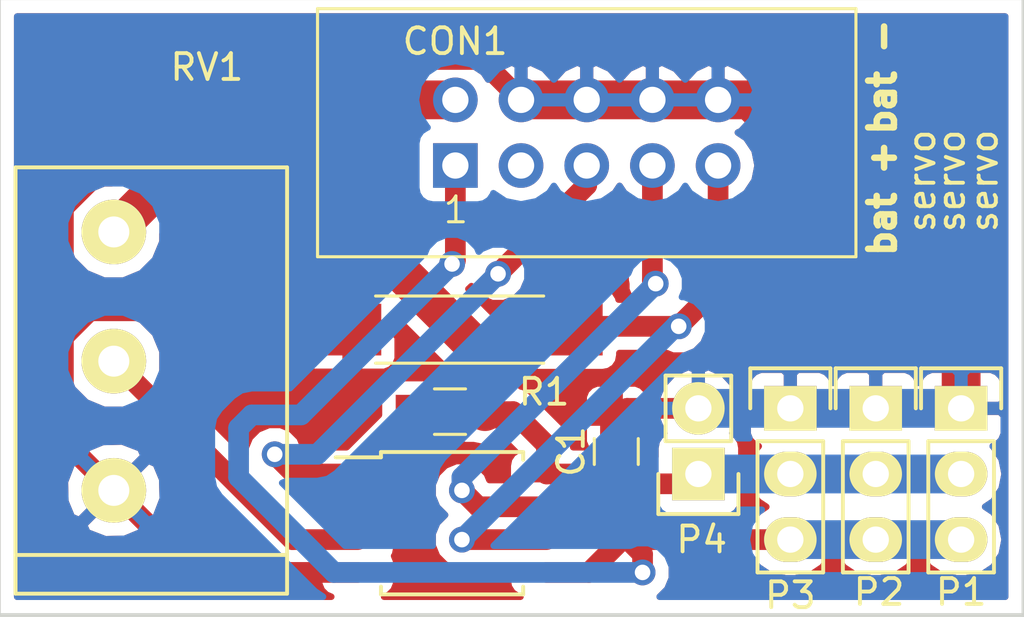
<source format=kicad_pcb>
(kicad_pcb (version 4) (host pcbnew 4.0.7)

  (general
    (links 29)
    (no_connects 0)
    (area 130.480999 92.253999 170.255001 116.280001)
    (thickness 1.6)
    (drawings 6)
    (tracks 90)
    (zones 0)
    (modules 10)
    (nets 8)
  )

  (page A4)
  (layers
    (0 F.Cu signal)
    (31 B.Cu signal)
    (32 B.Adhes user hide)
    (33 F.Adhes user hide)
    (34 B.Paste user hide)
    (35 F.Paste user hide)
    (36 B.SilkS user)
    (37 F.SilkS user)
    (38 B.Mask user hide)
    (39 F.Mask user hide)
    (40 Dwgs.User user)
    (41 Cmts.User user hide)
    (42 Eco1.User user hide)
    (43 Eco2.User user hide)
    (44 Edge.Cuts user hide)
    (45 Margin user hide)
    (46 B.CrtYd user hide)
    (47 F.CrtYd user)
    (48 B.Fab user hide)
    (49 F.Fab user hide)
  )

  (setup
    (last_trace_width 0.25)
    (user_trace_width 0.5)
    (user_trace_width 0.8)
    (user_trace_width 1)
    (user_trace_width 1.5)
    (trace_clearance 0.3)
    (zone_clearance 0.508)
    (zone_45_only no)
    (trace_min 0.2)
    (segment_width 0.2)
    (edge_width 0.15)
    (via_size 0.6)
    (via_drill 0.4)
    (via_min_size 0.4)
    (via_min_drill 0.3)
    (user_via 0.8 0.5)
    (user_via 1 0.6)
    (uvia_size 0.3)
    (uvia_drill 0.1)
    (uvias_allowed no)
    (uvia_min_size 0.2)
    (uvia_min_drill 0.1)
    (pcb_text_width 0.3)
    (pcb_text_size 1.5 1.5)
    (mod_edge_width 0.15)
    (mod_text_size 1 1)
    (mod_text_width 0.15)
    (pad_size 1.524 1.524)
    (pad_drill 0.762)
    (pad_to_mask_clearance 0.1)
    (aux_axis_origin 0 0)
    (visible_elements 7FFFFFFF)
    (pcbplotparams
      (layerselection 0x010f0_80000001)
      (usegerberextensions true)
      (excludeedgelayer true)
      (linewidth 0.100000)
      (plotframeref false)
      (viasonmask false)
      (mode 1)
      (useauxorigin false)
      (hpglpennumber 1)
      (hpglpenspeed 20)
      (hpglpendiameter 15)
      (hpglpenoverlay 2)
      (psnegative false)
      (psa4output false)
      (plotreference true)
      (plotvalue true)
      (plotinvisibletext false)
      (padsonsilk false)
      (subtractmaskfromsilk false)
      (outputformat 1)
      (mirror false)
      (drillshape 0)
      (scaleselection 1)
      (outputdirectory "D:/Projekty/kicad/tester serw/do produkcji"))
  )

  (net 0 "")
  (net 1 +BATT)
  (net 2 GND)
  (net 3 "Net-(CON1-Pad1)")
  (net 4 "Net-(CON1-Pad5)")
  (net 5 "Net-(CON1-Pad7)")
  (net 6 "Net-(IC1-Pad3)")
  (net 7 "Net-(CON1-Pad9)")

  (net_class Default "To jest domyślna klasa połączeń."
    (clearance 0.3)
    (trace_width 0.25)
    (via_dia 0.6)
    (via_drill 0.4)
    (uvia_dia 0.3)
    (uvia_drill 0.1)
    (add_net +BATT)
    (add_net GND)
    (add_net "Net-(CON1-Pad1)")
    (add_net "Net-(CON1-Pad5)")
    (add_net "Net-(CON1-Pad7)")
    (add_net "Net-(CON1-Pad9)")
    (add_net "Net-(IC1-Pad3)")
  )

  (module Potentiometer_withoutlabel (layer F.Cu) (tedit 5A105B48) (tstamp 59B16A64)
    (at 135.001 111.379 180)
    (descr "Potentiometer, Alps, RK16, single, RevA, 30 July 2010,")
    (tags "Potentiometer, Alps, RK16, single, RevA, 30 July 2010,")
    (path /598F3946)
    (fp_text reference RV1 (at -3.599 16.379 180) (layer F.SilkS)
      (effects (font (size 1 1) (thickness 0.15)))
    )
    (fp_text value 10K (at 0.127 16.002 180) (layer F.Fab)
      (effects (font (size 1 1) (thickness 0.15)))
    )
    (fp_line (start 3.79984 -2.49936) (end 3.79984 -3.99796) (layer F.SilkS) (width 0.15))
    (fp_line (start 3.79984 -3.99796) (end -6.70052 -3.99796) (layer F.SilkS) (width 0.15))
    (fp_line (start -6.70052 -3.99796) (end -6.70052 -2.49936) (layer F.SilkS) (width 0.15))
    (fp_line (start 3.79984 -2.49936) (end -6.70052 -2.49936) (layer F.SilkS) (width 0.15))
    (fp_line (start -6.70052 -2.49936) (end -6.70052 12.50188) (layer F.SilkS) (width 0.15))
    (fp_line (start -6.70052 12.50188) (end 3.79984 12.50188) (layer F.SilkS) (width 0.15))
    (fp_line (start 3.79984 12.50188) (end 3.79984 -2.49936) (layer F.SilkS) (width 0.15))
    (pad 2 thru_hole circle (at 0 5.00126 180) (size 2.49936 2.49936) (drill 1.19888) (layers *.Cu *.Mask F.SilkS)
      (net 6 "Net-(IC1-Pad3)"))
    (pad 3 thru_hole circle (at 0 10.00252 180) (size 2.49936 2.49936) (drill 1.19888) (layers *.Cu *.Mask F.SilkS)
      (net 1 +BATT))
    (pad 1 thru_hole circle (at 0 0 180) (size 2.49936 2.49936) (drill 1.19888) (layers *.Cu *.Mask F.SilkS)
      (net 2 GND))
  )

  (module Capacitors_SMD:C_0805_HandSoldering (layer F.Cu) (tedit 58AA84A8) (tstamp 599957AD)
    (at 154.432 109.875 90)
    (descr "Capacitor SMD 0805, hand soldering")
    (tags "capacitor 0805")
    (path /598F35AC)
    (attr smd)
    (fp_text reference C1 (at 0 -1.75 90) (layer F.SilkS)
      (effects (font (size 1 1) (thickness 0.15)))
    )
    (fp_text value 100n (at -3.282 0.635 180) (layer F.Fab)
      (effects (font (size 1 1) (thickness 0.15)))
    )
    (fp_text user %R (at 0 -1.75 90) (layer F.Fab)
      (effects (font (size 1 1) (thickness 0.15)))
    )
    (fp_line (start -1 0.62) (end -1 -0.62) (layer F.Fab) (width 0.1))
    (fp_line (start 1 0.62) (end -1 0.62) (layer F.Fab) (width 0.1))
    (fp_line (start 1 -0.62) (end 1 0.62) (layer F.Fab) (width 0.1))
    (fp_line (start -1 -0.62) (end 1 -0.62) (layer F.Fab) (width 0.1))
    (fp_line (start 0.5 -0.85) (end -0.5 -0.85) (layer F.SilkS) (width 0.12))
    (fp_line (start -0.5 0.85) (end 0.5 0.85) (layer F.SilkS) (width 0.12))
    (fp_line (start -2.25 -0.88) (end 2.25 -0.88) (layer F.CrtYd) (width 0.05))
    (fp_line (start -2.25 -0.88) (end -2.25 0.87) (layer F.CrtYd) (width 0.05))
    (fp_line (start 2.25 0.87) (end 2.25 -0.88) (layer F.CrtYd) (width 0.05))
    (fp_line (start 2.25 0.87) (end -2.25 0.87) (layer F.CrtYd) (width 0.05))
    (pad 1 smd rect (at -1.25 0 90) (size 1.5 1.25) (layers F.Cu F.Paste F.Mask)
      (net 1 +BATT))
    (pad 2 smd rect (at 1.25 0 90) (size 1.5 1.25) (layers F.Cu F.Paste F.Mask)
      (net 2 GND))
    (model Capacitors_SMD.3dshapes/C_0805.wrl
      (at (xyz 0 0 0))
      (scale (xyz 1 1 1))
      (rotate (xyz 0 0 0))
    )
  )

  (module Connectors:IDC_Header_Straight_10pins (layer F.Cu) (tedit 59B174A4) (tstamp 599957D3)
    (at 148.209 98.806)
    (descr "10 pins through hole IDC header")
    (tags "IDC header socket VASCH")
    (path /598F4267)
    (fp_text reference CON1 (at -0.009 -4.806) (layer F.SilkS)
      (effects (font (size 1 1) (thickness 0.15)))
    )
    (fp_text value AVR-ISP-10 (at 8.89 -4.445) (layer F.Fab) hide
      (effects (font (size 1 1) (thickness 0.15)))
    )
    (fp_line (start -5.08 -5.82) (end 15.24 -5.82) (layer F.Fab) (width 0.1))
    (fp_line (start -4.54 -5.27) (end 14.68 -5.27) (layer F.Fab) (width 0.1))
    (fp_line (start -5.08 3.28) (end 15.24 3.28) (layer F.Fab) (width 0.1))
    (fp_line (start -4.54 2.73) (end 2.83 2.73) (layer F.Fab) (width 0.1))
    (fp_line (start 7.33 2.73) (end 14.68 2.73) (layer F.Fab) (width 0.1))
    (fp_line (start 2.83 2.73) (end 2.83 3.28) (layer F.Fab) (width 0.1))
    (fp_line (start 7.33 2.73) (end 7.33 3.28) (layer F.Fab) (width 0.1))
    (fp_line (start -5.08 -5.82) (end -5.08 3.28) (layer F.Fab) (width 0.1))
    (fp_line (start -4.54 -5.27) (end -4.54 2.73) (layer F.Fab) (width 0.1))
    (fp_line (start 15.24 -5.82) (end 15.24 3.28) (layer F.Fab) (width 0.1))
    (fp_line (start 14.68 -5.27) (end 14.68 2.73) (layer F.Fab) (width 0.1))
    (fp_line (start -5.08 -5.82) (end -4.54 -5.27) (layer F.Fab) (width 0.1))
    (fp_line (start 15.24 -5.82) (end 14.68 -5.27) (layer F.Fab) (width 0.1))
    (fp_line (start -5.08 3.28) (end -4.54 2.73) (layer F.Fab) (width 0.1))
    (fp_line (start 15.24 3.28) (end 14.68 2.73) (layer F.Fab) (width 0.1))
    (fp_line (start -5.58 -6.32) (end 15.74 -6.32) (layer F.CrtYd) (width 0.05))
    (fp_line (start 15.74 -6.32) (end 15.74 3.78) (layer F.CrtYd) (width 0.05))
    (fp_line (start 15.74 3.78) (end -5.58 3.78) (layer F.CrtYd) (width 0.05))
    (fp_line (start -5.58 3.78) (end -5.58 -6.32) (layer F.CrtYd) (width 0.05))
    (fp_text user 1 (at 0.02 1.72) (layer F.SilkS)
      (effects (font (size 1 1) (thickness 0.12)))
    )
    (fp_line (start -5.33 -6.07) (end 15.49 -6.07) (layer F.SilkS) (width 0.12))
    (fp_line (start 15.49 -6.07) (end 15.49 3.53) (layer F.SilkS) (width 0.12))
    (fp_line (start 15.49 3.53) (end -5.33 3.53) (layer F.SilkS) (width 0.12))
    (fp_line (start -5.33 3.53) (end -5.33 -6.07) (layer F.SilkS) (width 0.12))
    (pad 1 thru_hole rect (at 0 0) (size 1.7272 1.7272) (drill 1.016) (layers *.Cu *.Mask)
      (net 3 "Net-(CON1-Pad1)"))
    (pad 2 thru_hole oval (at 0 -2.54) (size 1.7272 1.7272) (drill 1.016) (layers *.Cu *.Mask)
      (net 1 +BATT))
    (pad 3 thru_hole oval (at 2.54 0) (size 1.7272 1.7272) (drill 1.016) (layers *.Cu *.Mask))
    (pad 4 thru_hole oval (at 2.54 -2.54) (size 1.7272 1.7272) (drill 1.016) (layers *.Cu *.Mask)
      (net 2 GND))
    (pad 5 thru_hole oval (at 5.08 0) (size 1.7272 1.7272) (drill 1.016) (layers *.Cu *.Mask)
      (net 4 "Net-(CON1-Pad5)"))
    (pad 6 thru_hole oval (at 5.08 -2.54) (size 1.7272 1.7272) (drill 1.016) (layers *.Cu *.Mask)
      (net 2 GND))
    (pad 7 thru_hole oval (at 7.62 0) (size 1.7272 1.7272) (drill 1.016) (layers *.Cu *.Mask)
      (net 5 "Net-(CON1-Pad7)"))
    (pad 8 thru_hole oval (at 7.62 -2.54) (size 1.7272 1.7272) (drill 1.016) (layers *.Cu *.Mask)
      (net 2 GND))
    (pad 9 thru_hole oval (at 10.16 0) (size 1.7272 1.7272) (drill 1.016) (layers *.Cu *.Mask)
      (net 7 "Net-(CON1-Pad9)"))
    (pad 10 thru_hole oval (at 10.16 -2.54) (size 1.7272 1.7272) (drill 1.016) (layers *.Cu *.Mask)
      (net 2 GND))
  )

  (module Pin_Headers:Pin_Header_Straight_1x03 (layer F.Cu) (tedit 59B299BD) (tstamp 599957E5)
    (at 164.465 108.204)
    (descr "Through hole pin header")
    (tags "pin header")
    (path /598F4929)
    (fp_text reference P1 (at 3.302 7.112) (layer F.SilkS)
      (effects (font (size 1 1) (thickness 0.15)))
    )
    (fp_text value servo (at 1.778 -8.804 90) (layer F.SilkS)
      (effects (font (size 1 1) (thickness 0.15)))
    )
    (fp_line (start -1.75 -1.75) (end -1.75 6.85) (layer F.CrtYd) (width 0.05))
    (fp_line (start 1.75 -1.75) (end 1.75 6.85) (layer F.CrtYd) (width 0.05))
    (fp_line (start -1.75 -1.75) (end 1.75 -1.75) (layer F.CrtYd) (width 0.05))
    (fp_line (start -1.75 6.85) (end 1.75 6.85) (layer F.CrtYd) (width 0.05))
    (fp_line (start -1.27 1.27) (end -1.27 6.35) (layer F.SilkS) (width 0.15))
    (fp_line (start -1.27 6.35) (end 1.27 6.35) (layer F.SilkS) (width 0.15))
    (fp_line (start 1.27 6.35) (end 1.27 1.27) (layer F.SilkS) (width 0.15))
    (fp_line (start 1.55 -1.55) (end 1.55 0) (layer F.SilkS) (width 0.15))
    (fp_line (start 1.27 1.27) (end -1.27 1.27) (layer F.SilkS) (width 0.15))
    (fp_line (start -1.55 0) (end -1.55 -1.55) (layer F.SilkS) (width 0.15))
    (fp_line (start -1.55 -1.55) (end 1.55 -1.55) (layer F.SilkS) (width 0.15))
    (pad 1 thru_hole rect (at 0 0) (size 2.032 1.7272) (drill 1.016) (layers *.Cu *.Mask F.SilkS)
      (net 2 GND))
    (pad 2 thru_hole oval (at 0 2.54) (size 2.032 1.7272) (drill 1.016) (layers *.Cu *.Mask F.SilkS)
      (net 1 +BATT))
    (pad 3 thru_hole oval (at 0 5.08) (size 2.032 1.7272) (drill 1.016) (layers *.Cu *.Mask F.SilkS)
      (net 3 "Net-(CON1-Pad1)"))
    (model Pin_Headers.3dshapes/Pin_Header_Straight_1x03.wrl
      (at (xyz 0 -0.1 0))
      (scale (xyz 1 1 1))
      (rotate (xyz 0 0 90))
    )
  )

  (module Pin_Headers:Pin_Header_Straight_1x03 (layer F.Cu) (tedit 59B299C5) (tstamp 599957F7)
    (at 161.163 108.204)
    (descr "Through hole pin header")
    (tags "pin header")
    (path /598F48F0)
    (fp_text reference P2 (at 3.429 7.112) (layer F.SilkS)
      (effects (font (size 1 1) (thickness 0.15)))
    )
    (fp_text value servo (at 7.493 -8.804 90) (layer F.SilkS)
      (effects (font (size 1 1) (thickness 0.15)))
    )
    (fp_line (start -1.75 -1.75) (end -1.75 6.85) (layer F.CrtYd) (width 0.05))
    (fp_line (start 1.75 -1.75) (end 1.75 6.85) (layer F.CrtYd) (width 0.05))
    (fp_line (start -1.75 -1.75) (end 1.75 -1.75) (layer F.CrtYd) (width 0.05))
    (fp_line (start -1.75 6.85) (end 1.75 6.85) (layer F.CrtYd) (width 0.05))
    (fp_line (start -1.27 1.27) (end -1.27 6.35) (layer F.SilkS) (width 0.15))
    (fp_line (start -1.27 6.35) (end 1.27 6.35) (layer F.SilkS) (width 0.15))
    (fp_line (start 1.27 6.35) (end 1.27 1.27) (layer F.SilkS) (width 0.15))
    (fp_line (start 1.55 -1.55) (end 1.55 0) (layer F.SilkS) (width 0.15))
    (fp_line (start 1.27 1.27) (end -1.27 1.27) (layer F.SilkS) (width 0.15))
    (fp_line (start -1.55 0) (end -1.55 -1.55) (layer F.SilkS) (width 0.15))
    (fp_line (start -1.55 -1.55) (end 1.55 -1.55) (layer F.SilkS) (width 0.15))
    (pad 1 thru_hole rect (at 0 0) (size 2.032 1.7272) (drill 1.016) (layers *.Cu *.Mask F.SilkS)
      (net 2 GND))
    (pad 2 thru_hole oval (at 0 2.54) (size 2.032 1.7272) (drill 1.016) (layers *.Cu *.Mask F.SilkS)
      (net 1 +BATT))
    (pad 3 thru_hole oval (at 0 5.08) (size 2.032 1.7272) (drill 1.016) (layers *.Cu *.Mask F.SilkS)
      (net 3 "Net-(CON1-Pad1)"))
    (model Pin_Headers.3dshapes/Pin_Header_Straight_1x03.wrl
      (at (xyz 0 -0.1 0))
      (scale (xyz 1 1 1))
      (rotate (xyz 0 0 90))
    )
  )

  (module Pin_Headers:Pin_Header_Straight_1x03 (layer F.Cu) (tedit 59B299C1) (tstamp 59995809)
    (at 167.767 108.204)
    (descr "Through hole pin header")
    (tags "pin header")
    (path /598F3E1E)
    (fp_text reference P3 (at -6.604 7.239) (layer F.SilkS)
      (effects (font (size 1 1) (thickness 0.15)))
    )
    (fp_text value servo (at -0.381 -8.804 90) (layer F.SilkS)
      (effects (font (size 1 1) (thickness 0.15)))
    )
    (fp_line (start -1.75 -1.75) (end -1.75 6.85) (layer F.CrtYd) (width 0.05))
    (fp_line (start 1.75 -1.75) (end 1.75 6.85) (layer F.CrtYd) (width 0.05))
    (fp_line (start -1.75 -1.75) (end 1.75 -1.75) (layer F.CrtYd) (width 0.05))
    (fp_line (start -1.75 6.85) (end 1.75 6.85) (layer F.CrtYd) (width 0.05))
    (fp_line (start -1.27 1.27) (end -1.27 6.35) (layer F.SilkS) (width 0.15))
    (fp_line (start -1.27 6.35) (end 1.27 6.35) (layer F.SilkS) (width 0.15))
    (fp_line (start 1.27 6.35) (end 1.27 1.27) (layer F.SilkS) (width 0.15))
    (fp_line (start 1.55 -1.55) (end 1.55 0) (layer F.SilkS) (width 0.15))
    (fp_line (start 1.27 1.27) (end -1.27 1.27) (layer F.SilkS) (width 0.15))
    (fp_line (start -1.55 0) (end -1.55 -1.55) (layer F.SilkS) (width 0.15))
    (fp_line (start -1.55 -1.55) (end 1.55 -1.55) (layer F.SilkS) (width 0.15))
    (pad 1 thru_hole rect (at 0 0) (size 2.032 1.7272) (drill 1.016) (layers *.Cu *.Mask F.SilkS)
      (net 2 GND))
    (pad 2 thru_hole oval (at 0 2.54) (size 2.032 1.7272) (drill 1.016) (layers *.Cu *.Mask F.SilkS)
      (net 1 +BATT))
    (pad 3 thru_hole oval (at 0 5.08) (size 2.032 1.7272) (drill 1.016) (layers *.Cu *.Mask F.SilkS)
      (net 3 "Net-(CON1-Pad1)"))
    (model Pin_Headers.3dshapes/Pin_Header_Straight_1x03.wrl
      (at (xyz 0 -0.1 0))
      (scale (xyz 1 1 1))
      (rotate (xyz 0 0 90))
    )
  )

  (module Pin_Headers:Pin_Header_Straight_1x02 (layer F.Cu) (tedit 59B29920) (tstamp 5999581A)
    (at 157.607 110.744 180)
    (descr "Through hole pin header")
    (tags "pin header")
    (path /598F3FE9)
    (fp_text reference P4 (at -0.127 -2.54 180) (layer F.SilkS)
      (effects (font (size 1 1) (thickness 0.15)))
    )
    (fp_text value power (at -7.366 11.303 270) (layer F.Fab) hide
      (effects (font (size 1 1) (thickness 0.15)))
    )
    (fp_line (start 1.27 1.27) (end 1.27 3.81) (layer F.SilkS) (width 0.15))
    (fp_line (start 1.55 -1.55) (end 1.55 0) (layer F.SilkS) (width 0.15))
    (fp_line (start -1.75 -1.75) (end -1.75 4.3) (layer F.CrtYd) (width 0.05))
    (fp_line (start 1.75 -1.75) (end 1.75 4.3) (layer F.CrtYd) (width 0.05))
    (fp_line (start -1.75 -1.75) (end 1.75 -1.75) (layer F.CrtYd) (width 0.05))
    (fp_line (start -1.75 4.3) (end 1.75 4.3) (layer F.CrtYd) (width 0.05))
    (fp_line (start 1.27 1.27) (end -1.27 1.27) (layer F.SilkS) (width 0.15))
    (fp_line (start -1.55 0) (end -1.55 -1.55) (layer F.SilkS) (width 0.15))
    (fp_line (start -1.55 -1.55) (end 1.55 -1.55) (layer F.SilkS) (width 0.15))
    (fp_line (start -1.27 1.27) (end -1.27 3.81) (layer F.SilkS) (width 0.15))
    (fp_line (start -1.27 3.81) (end 1.27 3.81) (layer F.SilkS) (width 0.15))
    (pad 1 thru_hole rect (at 0 0 180) (size 2.032 2.032) (drill 1.016) (layers *.Cu *.Mask F.SilkS)
      (net 1 +BATT))
    (pad 2 thru_hole oval (at 0 2.54 180) (size 2.032 2.032) (drill 1.016) (layers *.Cu *.Mask F.SilkS)
      (net 2 GND))
    (model Pin_Headers.3dshapes/Pin_Header_Straight_1x02.wrl
      (at (xyz 0 -0.05 0))
      (scale (xyz 1 1 1))
      (rotate (xyz 0 0 90))
    )
  )

  (module Resistors_SMD:R_0805_HandSoldering (layer F.Cu) (tedit 58E0A804) (tstamp 5999582B)
    (at 148.002 108.331 180)
    (descr "Resistor SMD 0805, hand soldering")
    (tags "resistor 0805")
    (path /598F3653)
    (attr smd)
    (fp_text reference R1 (at -3.636 0.762 180) (layer F.SilkS)
      (effects (font (size 1 1) (thickness 0.15)))
    )
    (fp_text value 10k (at 4.238 -0.127 180) (layer F.Fab)
      (effects (font (size 1 1) (thickness 0.15)))
    )
    (fp_text user %R (at 0 0 180) (layer F.Fab)
      (effects (font (size 0.5 0.5) (thickness 0.075)))
    )
    (fp_line (start -1 0.62) (end -1 -0.62) (layer F.Fab) (width 0.1))
    (fp_line (start 1 0.62) (end -1 0.62) (layer F.Fab) (width 0.1))
    (fp_line (start 1 -0.62) (end 1 0.62) (layer F.Fab) (width 0.1))
    (fp_line (start -1 -0.62) (end 1 -0.62) (layer F.Fab) (width 0.1))
    (fp_line (start 0.6 0.88) (end -0.6 0.88) (layer F.SilkS) (width 0.12))
    (fp_line (start -0.6 -0.88) (end 0.6 -0.88) (layer F.SilkS) (width 0.12))
    (fp_line (start -2.35 -0.9) (end 2.35 -0.9) (layer F.CrtYd) (width 0.05))
    (fp_line (start -2.35 -0.9) (end -2.35 0.9) (layer F.CrtYd) (width 0.05))
    (fp_line (start 2.35 0.9) (end 2.35 -0.9) (layer F.CrtYd) (width 0.05))
    (fp_line (start 2.35 0.9) (end -2.35 0.9) (layer F.CrtYd) (width 0.05))
    (pad 1 smd rect (at -1.35 0 180) (size 1.5 1.3) (layers F.Cu F.Paste F.Mask)
      (net 1 +BATT))
    (pad 2 smd rect (at 1.35 0 180) (size 1.5 1.3) (layers F.Cu F.Paste F.Mask)
      (net 4 "Net-(CON1-Pad5)"))
    (model ${KISYS3DMOD}/Resistors_SMD.3dshapes/R_0805.wrl
      (at (xyz 0 0 0))
      (scale (xyz 1 1 1))
      (rotate (xyz 0 0 0))
    )
  )

  (module Housings_SOIC:SOIJ-8_5.3x5.3mm_Pitch1.27mm (layer F.Cu) (tedit 59B28E35) (tstamp 59B16A5D)
    (at 148.082 112.649)
    (descr "8-Lead Plastic Small Outline (SM) - Medium, 5.28 mm Body [SOIC] (see Microchip Packaging Specification 00000049BS.pdf)")
    (tags "SOIC 1.27")
    (path /598F306D)
    (attr smd)
    (fp_text reference IC1 (at 0 -3.68) (layer F.SilkS) hide
      (effects (font (size 1 1) (thickness 0.15)))
    )
    (fp_text value ATTINY13A-SS (at -11.176 2.032) (layer F.Fab) hide
      (effects (font (size 1 1) (thickness 0.15)))
    )
    (fp_text user %R (at 0 0) (layer F.Fab)
      (effects (font (size 1 1) (thickness 0.15)))
    )
    (fp_line (start -1.65 -2.65) (end 2.65 -2.65) (layer F.Fab) (width 0.15))
    (fp_line (start 2.65 -2.65) (end 2.65 2.65) (layer F.Fab) (width 0.15))
    (fp_line (start 2.65 2.65) (end -2.65 2.65) (layer F.Fab) (width 0.15))
    (fp_line (start -2.65 2.65) (end -2.65 -1.65) (layer F.Fab) (width 0.15))
    (fp_line (start -2.65 -1.65) (end -1.65 -2.65) (layer F.Fab) (width 0.15))
    (fp_line (start -4.75 -2.95) (end -4.75 2.95) (layer F.CrtYd) (width 0.05))
    (fp_line (start 4.75 -2.95) (end 4.75 2.95) (layer F.CrtYd) (width 0.05))
    (fp_line (start -4.75 -2.95) (end 4.75 -2.95) (layer F.CrtYd) (width 0.05))
    (fp_line (start -4.75 2.95) (end 4.75 2.95) (layer F.CrtYd) (width 0.05))
    (fp_line (start -2.75 -2.755) (end -2.75 -2.55) (layer F.SilkS) (width 0.15))
    (fp_line (start 2.75 -2.755) (end 2.75 -2.455) (layer F.SilkS) (width 0.15))
    (fp_line (start 2.75 2.755) (end 2.75 2.455) (layer F.SilkS) (width 0.15))
    (fp_line (start -2.75 2.755) (end -2.75 2.455) (layer F.SilkS) (width 0.15))
    (fp_line (start -2.75 -2.755) (end 2.75 -2.755) (layer F.SilkS) (width 0.15))
    (fp_line (start -2.75 2.755) (end 2.75 2.755) (layer F.SilkS) (width 0.15))
    (fp_line (start -2.75 -2.55) (end -4.5 -2.55) (layer F.SilkS) (width 0.15))
    (pad 1 smd rect (at -3.65 -1.905) (size 1.7 0.65) (layers F.Cu F.Paste F.Mask)
      (net 4 "Net-(CON1-Pad5)"))
    (pad 2 smd rect (at -3.65 -0.635) (size 1.7 0.65) (layers F.Cu F.Paste F.Mask))
    (pad 3 smd rect (at -3.65 0.635) (size 1.7 0.65) (layers F.Cu F.Paste F.Mask)
      (net 6 "Net-(IC1-Pad3)"))
    (pad 4 smd rect (at -3.65 1.905) (size 1.7 0.65) (layers F.Cu F.Paste F.Mask)
      (net 2 GND))
    (pad 5 smd rect (at 3.65 1.905) (size 1.7 0.65) (layers F.Cu F.Paste F.Mask)
      (net 3 "Net-(CON1-Pad1)"))
    (pad 6 smd rect (at 3.65 0.635) (size 1.7 0.65) (layers F.Cu F.Paste F.Mask)
      (net 7 "Net-(CON1-Pad9)"))
    (pad 7 smd rect (at 3.65 -0.635) (size 1.7 0.65) (layers F.Cu F.Paste F.Mask)
      (net 5 "Net-(CON1-Pad7)"))
    (pad 8 smd rect (at 3.65 -1.905) (size 1.7 0.65) (layers F.Cu F.Paste F.Mask)
      (net 1 +BATT))
    (model ${KISYS3DMOD}/Housings_SOIC.3dshapes/SOIJ-8_5.3x5.3mm_Pitch1.27mm.wrl
      (at (xyz 0 0 0))
      (scale (xyz 1 1 1))
      (rotate (xyz 0 0 0))
    )
  )

  (module Buttons_Switches_SMD:SW_SPST_REED_CT05-XXXX-G1 (layer F.Cu) (tedit 59B28EA3) (tstamp 59B16A6A)
    (at 148.374 105.156)
    (descr "Coto Technologies SPST Reed Switch CT05-XXXX-G1")
    (tags "Coto Reed SPST Switch")
    (path /598F4472)
    (attr smd)
    (fp_text reference SW1 (at 0 2.75) (layer F.SilkS) hide
      (effects (font (size 1 1) (thickness 0.15)))
    )
    (fp_text value button (at 12.154 -0.254) (layer F.Fab) hide
      (effects (font (size 1 1) (thickness 0.15)))
    )
    (fp_text user %R (at 0 2.75) (layer F.Fab)
      (effects (font (size 1 1) (thickness 0.15)))
    )
    (fp_line (start -3.2 -1.15) (end -3.2 1.15) (layer F.Fab) (width 0.1))
    (fp_line (start -3.2 1.15) (end 3.2 1.15) (layer F.Fab) (width 0.1))
    (fp_line (start 3.2 1.15) (end 3.2 -1.15) (layer F.Fab) (width 0.1))
    (fp_line (start 3.2 -1.15) (end -3.2 -1.15) (layer F.Fab) (width 0.1))
    (fp_line (start -5.8 2) (end -5.8 -2) (layer F.CrtYd) (width 0.05))
    (fp_line (start -5.8 -2) (end 5.8 -2) (layer F.CrtYd) (width 0.05))
    (fp_line (start 5.8 -2) (end 5.8 2) (layer F.CrtYd) (width 0.05))
    (fp_line (start 5.8 2) (end -5.8 2) (layer F.CrtYd) (width 0.05))
    (fp_line (start 3.25 1.3) (end -3.25 1.3) (layer F.SilkS) (width 0.12))
    (fp_line (start -3.25 -1.3) (end 3.25 -1.3) (layer F.SilkS) (width 0.12))
    (pad 2 smd rect (at 4.28 0) (size 2.5 2) (layers F.Cu F.Paste F.Mask)
      (net 7 "Net-(CON1-Pad9)"))
    (pad 1 smd rect (at -4.28 0) (size 2.5 2) (layers F.Cu F.Paste F.Mask)
      (net 2 GND))
    (model ${KISYS3DMOD}/Buttons_Switches_SMD.3dshapes/SW_SPST_REED_CT05-XXXX-G1.wrl
      (at (xyz 0 0 0))
      (scale (xyz 1 1 1))
      (rotate (xyz 0 0 0))
    )
  )

  (gr_text "bat -\n" (at 164.719 95.377 90) (layer F.SilkS) (tstamp 59B29933)
    (effects (font (size 1 1) (thickness 0.25)))
  )
  (gr_text "bat +" (at 164.719 100.076 90) (layer F.SilkS)
    (effects (font (size 1 1) (thickness 0.25)))
  )
  (gr_line (start 130.556 116.205) (end 170.18 116.205) (layer Edge.Cuts) (width 0.15))
  (gr_line (start 130.556 92.329) (end 130.556 116.205) (layer Edge.Cuts) (width 0.15))
  (gr_line (start 170.18 92.329) (end 130.556 92.329) (layer Edge.Cuts) (width 0.15))
  (gr_line (start 170.18 116.205) (end 170.18 92.329) (layer Edge.Cuts) (width 0.15))

  (segment (start 148.209 96.266) (end 145.923 96.266) (width 1.5) (layer F.Cu) (net 1))
  (segment (start 149.352 106.181) (end 145.923 102.752) (width 1.5) (layer F.Cu) (net 1))
  (segment (start 145.923 96.266) (end 140.11148 96.266) (width 1.5) (layer F.Cu) (net 1))
  (segment (start 149.352 108.331) (end 149.352 106.181) (width 1.5) (layer F.Cu) (net 1))
  (segment (start 145.923 102.752) (end 145.923 96.266) (width 1.5) (layer F.Cu) (net 1))
  (segment (start 140.11148 96.266) (end 135.001 101.37648) (width 1.5) (layer F.Cu) (net 1))
  (segment (start 151.732 110.744) (end 151.732 109.619) (width 0.8) (layer F.Cu) (net 1))
  (segment (start 151.732 109.619) (end 150.444 108.331) (width 0.8) (layer F.Cu) (net 1))
  (segment (start 150.444 108.331) (end 149.352 108.331) (width 0.8) (layer F.Cu) (net 1))
  (segment (start 151.732 110.744) (end 154.051 110.744) (width 0.8) (layer F.Cu) (net 1))
  (segment (start 154.051 110.744) (end 154.432 111.125) (width 0.8) (layer F.Cu) (net 1))
  (segment (start 154.432 111.125) (end 157.226 111.125) (width 0.8) (layer F.Cu) (net 1))
  (segment (start 157.226 111.125) (end 157.607 110.744) (width 0.8) (layer F.Cu) (net 1))
  (segment (start 164.465 110.744) (end 167.767 110.744) (width 1.5) (layer B.Cu) (net 1))
  (segment (start 161.163 110.744) (end 164.465 110.744) (width 1.5) (layer B.Cu) (net 1))
  (segment (start 157.607 110.744) (end 161.163 110.744) (width 1.5) (layer B.Cu) (net 1))
  (segment (start 150.749 96.266) (end 149.185399 94.702399) (width 0.8) (layer F.Cu) (net 2))
  (segment (start 149.185399 94.702399) (end 138.789552 94.702399) (width 0.8) (layer F.Cu) (net 2))
  (segment (start 138.789552 94.702399) (end 133.051319 100.440632) (width 0.8) (layer F.Cu) (net 2))
  (segment (start 133.051319 100.440632) (end 133.051319 103.414226) (width 0.8) (layer F.Cu) (net 2))
  (segment (start 133.051319 103.414226) (end 134.065152 104.428059) (width 0.8) (layer F.Cu) (net 2))
  (segment (start 144.094 105.156) (end 142.044 105.156) (width 0.8) (layer F.Cu) (net 2))
  (segment (start 142.044 105.156) (end 141.316059 104.428059) (width 0.8) (layer F.Cu) (net 2))
  (segment (start 141.316059 104.428059) (end 134.065152 104.428059) (width 0.8) (layer F.Cu) (net 2))
  (segment (start 134.065152 104.428059) (end 133.051319 105.441892) (width 0.8) (layer F.Cu) (net 2))
  (segment (start 133.051319 105.441892) (end 133.051319 109.429319) (width 0.8) (layer F.Cu) (net 2))
  (segment (start 133.051319 109.429319) (end 133.751321 110.129321) (width 0.8) (layer F.Cu) (net 2))
  (segment (start 133.751321 110.129321) (end 135.001 111.379) (width 0.8) (layer F.Cu) (net 2))
  (segment (start 144.432 114.554) (end 138.176 114.554) (width 0.8) (layer F.Cu) (net 2))
  (segment (start 138.176 114.554) (end 135.001 111.379) (width 0.8) (layer F.Cu) (net 2))
  (segment (start 158.369 96.266) (end 159.590314 96.266) (width 1.5) (layer F.Cu) (net 2))
  (segment (start 159.590314 96.266) (end 167.767 104.442686) (width 1.5) (layer F.Cu) (net 2))
  (segment (start 167.767 104.442686) (end 167.767 105.8404) (width 1.5) (layer F.Cu) (net 2))
  (segment (start 167.767 105.8404) (end 167.767 108.204) (width 1.5) (layer F.Cu) (net 2))
  (segment (start 153.289 96.266) (end 150.749 96.266) (width 1.5) (layer F.Cu) (net 2))
  (segment (start 155.829 96.266) (end 153.289 96.266) (width 1.5) (layer F.Cu) (net 2))
  (segment (start 158.369 96.266) (end 155.829 96.266) (width 1.5) (layer F.Cu) (net 2))
  (segment (start 157.607 108.204) (end 154.853 108.204) (width 0.8) (layer F.Cu) (net 2))
  (segment (start 154.853 108.204) (end 154.432 108.625) (width 0.8) (layer F.Cu) (net 2))
  (segment (start 161.163 108.204) (end 157.607 108.204) (width 1.5) (layer B.Cu) (net 2))
  (segment (start 164.465 108.204) (end 161.163 108.204) (width 1.5) (layer B.Cu) (net 2))
  (segment (start 167.767 108.204) (end 164.465 108.204) (width 1.5) (layer B.Cu) (net 2))
  (segment (start 155.448 114.554) (end 155.448 113.846894) (width 0.8) (layer F.Cu) (net 3))
  (segment (start 155.448 113.846894) (end 154.885106 113.284) (width 0.8) (layer F.Cu) (net 3))
  (segment (start 154.885106 113.284) (end 154.652 113.284) (width 0.8) (layer F.Cu) (net 3))
  (segment (start 139.827 110.871) (end 143.51 114.554) (width 0.8) (layer B.Cu) (net 3))
  (segment (start 143.51 114.554) (end 155.448 114.554) (width 0.8) (layer B.Cu) (net 3))
  (via (at 155.448 114.554) (size 1) (drill 0.6) (layers F.Cu B.Cu) (net 3))
  (segment (start 139.827 108.966) (end 139.827 110.871) (width 0.8) (layer B.Cu) (net 3))
  (segment (start 140.335 108.458) (end 139.827 108.966) (width 0.8) (layer B.Cu) (net 3))
  (segment (start 142.24 108.458) (end 140.335 108.458) (width 0.8) (layer B.Cu) (net 3))
  (segment (start 144.919989 105.778011) (end 142.24 108.458) (width 0.8) (layer B.Cu) (net 3))
  (segment (start 148.082 102.616) (end 144.919989 105.778011) (width 0.8) (layer B.Cu) (net 3))
  (segment (start 148.209 98.806) (end 148.209 102.489) (width 0.8) (layer F.Cu) (net 3))
  (segment (start 148.209 102.489) (end 148.082 102.616) (width 0.8) (layer F.Cu) (net 3))
  (via (at 148.082 102.616) (size 1) (drill 0.6) (layers F.Cu B.Cu) (net 3))
  (segment (start 151.732 114.554) (end 153.382 114.554) (width 0.8) (layer F.Cu) (net 3))
  (segment (start 153.382 114.554) (end 154.652 113.284) (width 0.8) (layer F.Cu) (net 3))
  (segment (start 154.652 113.284) (end 161.163 113.284) (width 0.8) (layer F.Cu) (net 3))
  (segment (start 164.465 113.284) (end 161.163 113.284) (width 1.5) (layer B.Cu) (net 3))
  (segment (start 167.767 113.284) (end 164.465 113.284) (width 1.5) (layer B.Cu) (net 3))
  (segment (start 141.224 109.982) (end 141.986 110.744) (width 0.8) (layer F.Cu) (net 4))
  (segment (start 141.986 110.744) (end 144.432 110.744) (width 0.8) (layer F.Cu) (net 4))
  (segment (start 149.86 102.997) (end 142.875 109.982) (width 0.8) (layer B.Cu) (net 4))
  (segment (start 142.875 109.982) (end 141.224 109.982) (width 0.8) (layer B.Cu) (net 4))
  (via (at 141.224 109.982) (size 1) (drill 0.6) (layers F.Cu B.Cu) (net 4))
  (segment (start 153.289 98.806) (end 153.289 99.568) (width 0.8) (layer F.Cu) (net 4))
  (segment (start 153.289 99.568) (end 149.86 102.997) (width 0.8) (layer F.Cu) (net 4))
  (via (at 149.86 102.997) (size 1) (drill 0.6) (layers F.Cu B.Cu) (net 4))
  (segment (start 146.652 108.331) (end 146.652 108.524) (width 0.8) (layer F.Cu) (net 4))
  (segment (start 146.652 108.524) (end 144.432 110.744) (width 0.8) (layer F.Cu) (net 4))
  (segment (start 148.463 111.379) (end 149.098 112.014) (width 0.8) (layer F.Cu) (net 5))
  (segment (start 149.098 112.014) (end 151.732 112.014) (width 0.8) (layer F.Cu) (net 5))
  (segment (start 155.956 103.378) (end 148.463 110.871) (width 0.8) (layer B.Cu) (net 5))
  (segment (start 148.463 110.871) (end 148.463 111.379) (width 0.8) (layer B.Cu) (net 5))
  (via (at 148.463 111.379) (size 1) (drill 0.6) (layers F.Cu B.Cu) (net 5))
  (segment (start 155.829 98.806) (end 155.829 103.251) (width 0.8) (layer F.Cu) (net 5))
  (segment (start 155.829 103.251) (end 155.956 103.378) (width 0.8) (layer F.Cu) (net 5))
  (via (at 155.956 103.378) (size 1) (drill 0.6) (layers F.Cu B.Cu) (net 5))
  (segment (start 144.432 113.284) (end 141.90726 113.284) (width 0.8) (layer F.Cu) (net 6))
  (segment (start 141.90726 113.284) (end 135.001 106.37774) (width 0.8) (layer F.Cu) (net 6))
  (segment (start 156.845 105.029) (end 158.369 103.505) (width 0.8) (layer F.Cu) (net 7))
  (segment (start 158.369 103.505) (end 158.369 98.806) (width 0.8) (layer F.Cu) (net 7))
  (segment (start 156.845 105.029) (end 152.781 105.029) (width 0.8) (layer F.Cu) (net 7))
  (segment (start 152.781 105.029) (end 152.654 105.156) (width 0.8) (layer F.Cu) (net 7))
  (segment (start 148.463 113.284) (end 156.718 105.029) (width 0.8) (layer B.Cu) (net 7))
  (segment (start 156.718 105.029) (end 156.845 105.029) (width 0.8) (layer B.Cu) (net 7))
  (via (at 156.845 105.029) (size 1) (drill 0.6) (layers F.Cu B.Cu) (net 7))
  (segment (start 151.732 113.284) (end 148.463 113.284) (width 0.8) (layer F.Cu) (net 7))
  (via (at 148.463 113.284) (size 1) (drill 0.6) (layers F.Cu B.Cu) (net 7))

  (zone (net 2) (net_name GND) (layer F.Cu) (tstamp 0) (hatch edge 0.508)
    (connect_pads (clearance 0.508))
    (min_thickness 0.254)
    (fill yes (arc_segments 16) (thermal_gap 0.508) (thermal_bridge_width 0.508))
    (polygon
      (pts
        (xy 130.6 92.4) (xy 170.2 92.4) (xy 170.2 116.2) (xy 130.6 116.2)
      )
    )
    (filled_polygon
      (pts
        (xy 169.47 115.495) (xy 156.111891 115.495) (xy 156.409645 115.197765) (xy 156.582803 114.780756) (xy 156.583197 114.329225)
        (xy 156.578972 114.319) (xy 159.902101 114.319) (xy 159.918585 114.34367) (xy 160.404766 114.668526) (xy 160.978255 114.7826)
        (xy 161.347745 114.7826) (xy 161.921234 114.668526) (xy 162.407415 114.34367) (xy 162.732271 113.857489) (xy 162.814 113.446609)
        (xy 162.895729 113.857489) (xy 163.220585 114.34367) (xy 163.706766 114.668526) (xy 164.280255 114.7826) (xy 164.649745 114.7826)
        (xy 165.223234 114.668526) (xy 165.709415 114.34367) (xy 166.034271 113.857489) (xy 166.116 113.446609) (xy 166.197729 113.857489)
        (xy 166.522585 114.34367) (xy 167.008766 114.668526) (xy 167.582255 114.7826) (xy 167.951745 114.7826) (xy 168.525234 114.668526)
        (xy 169.011415 114.34367) (xy 169.336271 113.857489) (xy 169.450345 113.284) (xy 169.336271 112.710511) (xy 169.011415 112.22433)
        (xy 168.696634 112.014) (xy 169.011415 111.80367) (xy 169.336271 111.317489) (xy 169.450345 110.744) (xy 169.336271 110.170511)
        (xy 169.011415 109.68433) (xy 168.98922 109.6695) (xy 169.142698 109.605927) (xy 169.321327 109.427299) (xy 169.418 109.19391)
        (xy 169.418 108.48975) (xy 169.25925 108.331) (xy 167.894 108.331) (xy 167.894 108.351) (xy 167.64 108.351)
        (xy 167.64 108.331) (xy 166.27475 108.331) (xy 166.116 108.48975) (xy 165.95725 108.331) (xy 164.592 108.331)
        (xy 164.592 108.351) (xy 164.338 108.351) (xy 164.338 108.331) (xy 162.97275 108.331) (xy 162.814 108.48975)
        (xy 162.65525 108.331) (xy 161.29 108.331) (xy 161.29 108.351) (xy 161.036 108.351) (xy 161.036 108.331)
        (xy 159.67075 108.331) (xy 159.512 108.48975) (xy 159.512 109.19391) (xy 159.608673 109.427299) (xy 159.787302 109.605927)
        (xy 159.94078 109.6695) (xy 159.918585 109.68433) (xy 159.593729 110.170511) (xy 159.479655 110.744) (xy 159.593729 111.317489)
        (xy 159.918585 111.80367) (xy 160.233366 112.014) (xy 159.918585 112.22433) (xy 159.902101 112.249) (xy 159.03573 112.249)
        (xy 159.074441 112.22409) (xy 159.219431 112.01189) (xy 159.27044 111.76) (xy 159.27044 109.728) (xy 159.226162 109.492683)
        (xy 159.08709 109.276559) (xy 158.924052 109.16516) (xy 159.013385 109.068818) (xy 159.212975 108.586944) (xy 159.093836 108.331)
        (xy 157.734 108.331) (xy 157.734 108.351) (xy 157.48 108.351) (xy 157.48 108.331) (xy 156.120164 108.331)
        (xy 156.001025 108.586944) (xy 156.200615 109.068818) (xy 156.291097 109.166398) (xy 156.139559 109.26391) (xy 155.994569 109.47611)
        (xy 155.94356 109.728) (xy 155.94356 110.09) (xy 155.628192 110.09) (xy 155.52109 109.923559) (xy 155.452994 109.877031)
        (xy 155.595327 109.734698) (xy 155.692 109.501309) (xy 155.692 108.91075) (xy 155.53325 108.752) (xy 154.559 108.752)
        (xy 154.559 108.772) (xy 154.305 108.772) (xy 154.305 108.752) (xy 153.33075 108.752) (xy 153.172 108.91075)
        (xy 153.172 109.501309) (xy 153.258029 109.709) (xy 152.767 109.709) (xy 152.767 109.619005) (xy 152.767001 109.619)
        (xy 152.688215 109.222923) (xy 152.668829 109.19391) (xy 152.463856 108.887144) (xy 152.463853 108.887142) (xy 151.325403 107.748691)
        (xy 153.172 107.748691) (xy 153.172 108.33925) (xy 153.33075 108.498) (xy 154.305 108.498) (xy 154.305 107.39875)
        (xy 154.559 107.39875) (xy 154.559 108.498) (xy 155.53325 108.498) (xy 155.692 108.33925) (xy 155.692 107.821056)
        (xy 156.001025 107.821056) (xy 156.120164 108.077) (xy 157.48 108.077) (xy 157.48 106.716633) (xy 157.734 106.716633)
        (xy 157.734 108.077) (xy 159.093836 108.077) (xy 159.212975 107.821056) (xy 159.013385 107.339182) (xy 158.897394 107.21409)
        (xy 159.512 107.21409) (xy 159.512 107.91825) (xy 159.67075 108.077) (xy 161.036 108.077) (xy 161.036 106.86415)
        (xy 161.29 106.86415) (xy 161.29 108.077) (xy 162.65525 108.077) (xy 162.814 107.91825) (xy 162.97275 108.077)
        (xy 164.338 108.077) (xy 164.338 106.86415) (xy 164.592 106.86415) (xy 164.592 108.077) (xy 165.95725 108.077)
        (xy 166.116 107.91825) (xy 166.27475 108.077) (xy 167.64 108.077) (xy 167.64 106.86415) (xy 167.894 106.86415)
        (xy 167.894 108.077) (xy 169.25925 108.077) (xy 169.418 107.91825) (xy 169.418 107.21409) (xy 169.321327 106.980701)
        (xy 169.142698 106.802073) (xy 168.909309 106.7054) (xy 168.05275 106.7054) (xy 167.894 106.86415) (xy 167.64 106.86415)
        (xy 167.48125 106.7054) (xy 166.624691 106.7054) (xy 166.391302 106.802073) (xy 166.212673 106.980701) (xy 166.116 107.21409)
        (xy 166.019327 106.980701) (xy 165.840698 106.802073) (xy 165.607309 106.7054) (xy 164.75075 106.7054) (xy 164.592 106.86415)
        (xy 164.338 106.86415) (xy 164.17925 106.7054) (xy 163.322691 106.7054) (xy 163.089302 106.802073) (xy 162.910673 106.980701)
        (xy 162.814 107.21409) (xy 162.717327 106.980701) (xy 162.538698 106.802073) (xy 162.305309 106.7054) (xy 161.44875 106.7054)
        (xy 161.29 106.86415) (xy 161.036 106.86415) (xy 160.87725 106.7054) (xy 160.020691 106.7054) (xy 159.787302 106.802073)
        (xy 159.608673 106.980701) (xy 159.512 107.21409) (xy 158.897394 107.21409) (xy 158.575379 106.866812) (xy 157.989946 106.598017)
        (xy 157.734 106.716633) (xy 157.48 106.716633) (xy 157.224054 106.598017) (xy 156.638621 106.866812) (xy 156.200615 107.339182)
        (xy 156.001025 107.821056) (xy 155.692 107.821056) (xy 155.692 107.748691) (xy 155.595327 107.515302) (xy 155.416699 107.336673)
        (xy 155.18331 107.24) (xy 154.71775 107.24) (xy 154.559 107.39875) (xy 154.305 107.39875) (xy 154.14625 107.24)
        (xy 153.68069 107.24) (xy 153.447301 107.336673) (xy 153.268673 107.515302) (xy 153.172 107.748691) (xy 151.325403 107.748691)
        (xy 151.175856 107.599144) (xy 150.840077 107.374785) (xy 150.737 107.354281) (xy 150.737 106.181) (xy 150.631573 105.650983)
        (xy 150.331343 105.201657) (xy 148.713024 103.583338) (xy 148.724086 103.578767) (xy 148.829025 103.474011) (xy 148.897233 103.639086)
        (xy 149.216235 103.958645) (xy 149.633244 104.131803) (xy 150.084775 104.132197) (xy 150.502086 103.959767) (xy 150.821645 103.640765)
        (xy 150.922264 103.398447) (xy 154.020853 100.299858) (xy 154.020856 100.299856) (xy 154.155349 100.098571) (xy 154.245215 99.964078)
        (xy 154.247432 99.952932) (xy 154.378029 99.86567) (xy 154.559 99.594828) (xy 154.739971 99.86567) (xy 154.794 99.901771)
        (xy 154.794 103.250995) (xy 154.793999 103.251) (xy 154.820992 103.386698) (xy 154.820803 103.602775) (xy 154.982454 103.994)
        (xy 154.520958 103.994) (xy 154.507162 103.920683) (xy 154.36809 103.704559) (xy 154.15589 103.559569) (xy 153.904 103.50856)
        (xy 151.404 103.50856) (xy 151.168683 103.552838) (xy 150.952559 103.69191) (xy 150.807569 103.90411) (xy 150.75656 104.156)
        (xy 150.75656 106.156) (xy 150.800838 106.391317) (xy 150.93991 106.607441) (xy 151.15211 106.752431) (xy 151.404 106.80344)
        (xy 153.904 106.80344) (xy 154.139317 106.759162) (xy 154.355441 106.62009) (xy 154.500431 106.40789) (xy 154.55144 106.156)
        (xy 154.55144 106.064) (xy 156.377893 106.064) (xy 156.618244 106.163803) (xy 157.069775 106.164197) (xy 157.487086 105.991767)
        (xy 157.806645 105.672765) (xy 157.907265 105.430447) (xy 159.100853 104.236858) (xy 159.100856 104.236856) (xy 159.263127 103.993999)
        (xy 159.325215 103.901078) (xy 159.404 103.505) (xy 159.404 99.901771) (xy 159.458029 99.86567) (xy 159.782885 99.379489)
        (xy 159.896959 98.806) (xy 159.782885 98.232511) (xy 159.458029 97.74633) (xy 159.134772 97.530336) (xy 159.25749 97.472821)
        (xy 159.651688 97.040947) (xy 159.823958 96.625026) (xy 159.702817 96.393) (xy 158.496 96.393) (xy 158.496 96.413)
        (xy 158.242 96.413) (xy 158.242 96.393) (xy 155.956 96.393) (xy 155.956 96.413) (xy 155.702 96.413)
        (xy 155.702 96.393) (xy 153.416 96.393) (xy 153.416 96.413) (xy 153.162 96.413) (xy 153.162 96.393)
        (xy 150.876 96.393) (xy 150.876 96.413) (xy 150.622 96.413) (xy 150.622 96.393) (xy 150.602 96.393)
        (xy 150.602 96.139) (xy 150.622 96.139) (xy 150.622 94.931531) (xy 150.876 94.931531) (xy 150.876 96.139)
        (xy 153.162 96.139) (xy 153.162 94.931531) (xy 153.416 94.931531) (xy 153.416 96.139) (xy 155.702 96.139)
        (xy 155.702 94.931531) (xy 155.956 94.931531) (xy 155.956 96.139) (xy 158.242 96.139) (xy 158.242 94.931531)
        (xy 158.496 94.931531) (xy 158.496 96.139) (xy 159.702817 96.139) (xy 159.823958 95.906974) (xy 159.651688 95.491053)
        (xy 159.25749 95.059179) (xy 158.728027 94.811032) (xy 158.496 94.931531) (xy 158.242 94.931531) (xy 158.009973 94.811032)
        (xy 157.48051 95.059179) (xy 157.099 95.477152) (xy 156.71749 95.059179) (xy 156.188027 94.811032) (xy 155.956 94.931531)
        (xy 155.702 94.931531) (xy 155.469973 94.811032) (xy 154.94051 95.059179) (xy 154.559 95.477152) (xy 154.17749 95.059179)
        (xy 153.648027 94.811032) (xy 153.416 94.931531) (xy 153.162 94.931531) (xy 152.929973 94.811032) (xy 152.40051 95.059179)
        (xy 152.019 95.477152) (xy 151.63749 95.059179) (xy 151.108027 94.811032) (xy 150.876 94.931531) (xy 150.622 94.931531)
        (xy 150.389973 94.811032) (xy 149.86051 95.059179) (xy 149.478992 95.477161) (xy 149.298029 95.20633) (xy 148.811848 94.881474)
        (xy 148.238359 94.7674) (xy 148.179641 94.7674) (xy 147.608535 94.881) (xy 140.11148 94.881) (xy 139.581463 94.986427)
        (xy 139.252355 95.20633) (xy 139.132137 95.286657) (xy 134.927059 99.491735) (xy 134.627759 99.491474) (xy 133.934809 99.777794)
        (xy 133.404178 100.307501) (xy 133.116648 100.999949) (xy 133.115994 101.749721) (xy 133.402314 102.442671) (xy 133.932021 102.973302)
        (xy 134.624469 103.260832) (xy 135.374241 103.261486) (xy 136.067191 102.975166) (xy 136.597822 102.445459) (xy 136.885352 101.753011)
        (xy 136.885616 101.45055) (xy 140.685166 97.651) (xy 144.538 97.651) (xy 144.538 102.752) (xy 144.643427 103.282017)
        (xy 144.80311 103.521) (xy 144.37975 103.521) (xy 144.221 103.67975) (xy 144.221 105.029) (xy 145.82025 105.029)
        (xy 145.979 104.87025) (xy 145.979 104.766686) (xy 147.967 106.754686) (xy 147.967 107.386378) (xy 147.86609 107.229559)
        (xy 147.65389 107.084569) (xy 147.402 107.03356) (xy 145.902 107.03356) (xy 145.666683 107.077838) (xy 145.450559 107.21691)
        (xy 145.305569 107.42911) (xy 145.25456 107.681) (xy 145.25456 108.457729) (xy 144.003288 109.709) (xy 142.414711 109.709)
        (xy 142.28615 109.580438) (xy 142.186767 109.339914) (xy 141.867765 109.020355) (xy 141.450756 108.847197) (xy 140.999225 108.846803)
        (xy 140.581914 109.019233) (xy 140.262355 109.338235) (xy 140.089197 109.755244) (xy 140.088982 110.00201) (xy 136.87241 106.785438)
        (xy 136.885352 106.754271) (xy 136.886006 106.004499) (xy 136.653484 105.44175) (xy 142.209 105.44175) (xy 142.209 106.28231)
        (xy 142.305673 106.515699) (xy 142.484302 106.694327) (xy 142.717691 106.791) (xy 143.80825 106.791) (xy 143.967 106.63225)
        (xy 143.967 105.283) (xy 144.221 105.283) (xy 144.221 106.63225) (xy 144.37975 106.791) (xy 145.470309 106.791)
        (xy 145.703698 106.694327) (xy 145.882327 106.515699) (xy 145.979 106.28231) (xy 145.979 105.44175) (xy 145.82025 105.283)
        (xy 144.221 105.283) (xy 143.967 105.283) (xy 142.36775 105.283) (xy 142.209 105.44175) (xy 136.653484 105.44175)
        (xy 136.599686 105.311549) (xy 136.069979 104.780918) (xy 135.377531 104.493388) (xy 134.627759 104.492734) (xy 133.934809 104.779054)
        (xy 133.404178 105.308761) (xy 133.116648 106.001209) (xy 133.115994 106.750981) (xy 133.402314 107.443931) (xy 133.932021 107.974562)
        (xy 134.624469 108.262092) (xy 135.374241 108.262746) (xy 135.408244 108.248696) (xy 141.175402 114.015853) (xy 141.175404 114.015856)
        (xy 141.511183 114.240215) (xy 141.90726 114.319001) (xy 141.907265 114.319) (xy 142.99775 114.319) (xy 143.10575 114.427)
        (xy 144.305 114.427) (xy 144.305 114.407) (xy 144.559 114.407) (xy 144.559 114.427) (xy 145.75825 114.427)
        (xy 145.917 114.26825) (xy 145.917 114.10269) (xy 145.840088 113.917007) (xy 145.878431 113.86089) (xy 145.92944 113.609)
        (xy 145.92944 112.959) (xy 145.885162 112.723683) (xy 145.837891 112.650222) (xy 145.878431 112.59089) (xy 145.92944 112.339)
        (xy 145.92944 111.689) (xy 145.885162 111.453683) (xy 145.837891 111.380222) (xy 145.878431 111.32089) (xy 145.92944 111.069)
        (xy 145.92944 110.710272) (xy 147.011271 109.62844) (xy 147.402 109.62844) (xy 147.637317 109.584162) (xy 147.853441 109.44509)
        (xy 147.998431 109.23289) (xy 148.001081 109.219803) (xy 148.13791 109.432441) (xy 148.35011 109.577431) (xy 148.602 109.62844)
        (xy 148.911806 109.62844) (xy 149.352 109.716) (xy 149.792194 109.62844) (xy 150.102 109.62844) (xy 150.249899 109.600611)
        (xy 150.536212 109.886924) (xy 150.430559 109.95491) (xy 150.285569 110.16711) (xy 150.23456 110.419) (xy 150.23456 110.979)
        (xy 149.526711 110.979) (xy 149.52515 110.977439) (xy 149.425767 110.736914) (xy 149.106765 110.417355) (xy 148.689756 110.244197)
        (xy 148.238225 110.243803) (xy 147.820914 110.416233) (xy 147.501355 110.735235) (xy 147.328197 111.152244) (xy 147.327803 111.603775)
        (xy 147.500233 112.021086) (xy 147.810367 112.331762) (xy 147.501355 112.640235) (xy 147.328197 113.057244) (xy 147.327803 113.508775)
        (xy 147.500233 113.926086) (xy 147.819235 114.245645) (xy 148.236244 114.418803) (xy 148.687775 114.419197) (xy 148.930269 114.319)
        (xy 150.23456 114.319) (xy 150.23456 114.879) (xy 150.278838 115.114317) (xy 150.41791 115.330441) (xy 150.63011 115.475431)
        (xy 150.726745 115.495) (xy 145.454179 115.495) (xy 145.641698 115.417327) (xy 145.820327 115.238699) (xy 145.917 115.00531)
        (xy 145.917 114.83975) (xy 145.75825 114.681) (xy 144.559 114.681) (xy 144.559 114.701) (xy 144.305 114.701)
        (xy 144.305 114.681) (xy 143.10575 114.681) (xy 142.947 114.83975) (xy 142.947 115.00531) (xy 143.043673 115.238699)
        (xy 143.222302 115.417327) (xy 143.409821 115.495) (xy 131.266 115.495) (xy 131.266 112.712089) (xy 133.847517 112.712089)
        (xy 133.976725 113.004859) (xy 134.676883 113.273071) (xy 135.426384 113.252928) (xy 136.025275 113.004859) (xy 136.154483 112.712089)
        (xy 135.001 111.558605) (xy 133.847517 112.712089) (xy 131.266 112.712089) (xy 131.266 111.054883) (xy 133.106929 111.054883)
        (xy 133.127072 111.804384) (xy 133.375141 112.403275) (xy 133.667911 112.532483) (xy 134.821395 111.379) (xy 135.180605 111.379)
        (xy 136.334089 112.532483) (xy 136.626859 112.403275) (xy 136.895071 111.703117) (xy 136.874928 110.953616) (xy 136.626859 110.354725)
        (xy 136.334089 110.225517) (xy 135.180605 111.379) (xy 134.821395 111.379) (xy 133.667911 110.225517) (xy 133.375141 110.354725)
        (xy 133.106929 111.054883) (xy 131.266 111.054883) (xy 131.266 110.045911) (xy 133.847517 110.045911) (xy 135.001 111.199395)
        (xy 136.154483 110.045911) (xy 136.025275 109.753141) (xy 135.325117 109.484929) (xy 134.575616 109.505072) (xy 133.976725 109.753141)
        (xy 133.847517 110.045911) (xy 131.266 110.045911) (xy 131.266 104.02969) (xy 142.209 104.02969) (xy 142.209 104.87025)
        (xy 142.36775 105.029) (xy 143.967 105.029) (xy 143.967 103.67975) (xy 143.80825 103.521) (xy 142.717691 103.521)
        (xy 142.484302 103.617673) (xy 142.305673 103.796301) (xy 142.209 104.02969) (xy 131.266 104.02969) (xy 131.266 93.039)
        (xy 169.47 93.039)
      )
    )
  )
  (zone (net 2) (net_name GND) (layer B.Cu) (tstamp 0) (hatch edge 0.508)
    (connect_pads (clearance 0.508))
    (min_thickness 0.254)
    (fill yes (arc_segments 16) (thermal_gap 0.508) (thermal_bridge_width 0.508))
    (polygon
      (pts
        (xy 130.6 92.4) (xy 170.2 92.4) (xy 170.2 116.2) (xy 130.6 116.2)
      )
    )
    (filled_polygon
      (pts
        (xy 169.47 115.495) (xy 156.111891 115.495) (xy 156.409645 115.197765) (xy 156.582803 114.780756) (xy 156.583197 114.329225)
        (xy 156.410767 113.911914) (xy 156.091765 113.592355) (xy 155.674756 113.419197) (xy 155.223225 113.418803) (xy 154.980731 113.519)
        (xy 149.691712 113.519) (xy 153.482711 109.728) (xy 155.94356 109.728) (xy 155.94356 111.76) (xy 155.987838 111.995317)
        (xy 156.12691 112.211441) (xy 156.33911 112.356431) (xy 156.591 112.40744) (xy 158.623 112.40744) (xy 158.858317 112.363162)
        (xy 159.074441 112.22409) (xy 159.139413 112.129) (xy 160.061256 112.129) (xy 159.918585 112.22433) (xy 159.593729 112.710511)
        (xy 159.479655 113.284) (xy 159.593729 113.857489) (xy 159.918585 114.34367) (xy 160.404766 114.668526) (xy 160.978255 114.7826)
        (xy 161.347745 114.7826) (xy 161.918851 114.669) (xy 163.709149 114.669) (xy 164.280255 114.7826) (xy 164.649745 114.7826)
        (xy 165.220851 114.669) (xy 167.011149 114.669) (xy 167.582255 114.7826) (xy 167.951745 114.7826) (xy 168.525234 114.668526)
        (xy 169.011415 114.34367) (xy 169.336271 113.857489) (xy 169.450345 113.284) (xy 169.336271 112.710511) (xy 169.011415 112.22433)
        (xy 168.696634 112.014) (xy 169.011415 111.80367) (xy 169.336271 111.317489) (xy 169.450345 110.744) (xy 169.336271 110.170511)
        (xy 169.011415 109.68433) (xy 168.98922 109.6695) (xy 169.142698 109.605927) (xy 169.321327 109.427299) (xy 169.418 109.19391)
        (xy 169.418 108.48975) (xy 169.25925 108.331) (xy 167.894 108.331) (xy 167.894 108.351) (xy 167.64 108.351)
        (xy 167.64 108.331) (xy 166.27475 108.331) (xy 166.116 108.48975) (xy 165.95725 108.331) (xy 164.592 108.331)
        (xy 164.592 108.351) (xy 164.338 108.351) (xy 164.338 108.331) (xy 162.97275 108.331) (xy 162.814 108.48975)
        (xy 162.65525 108.331) (xy 161.29 108.331) (xy 161.29 108.351) (xy 161.036 108.351) (xy 161.036 108.331)
        (xy 159.67075 108.331) (xy 159.512 108.48975) (xy 159.512 109.19391) (xy 159.580383 109.359) (xy 159.140139 109.359)
        (xy 159.08709 109.276559) (xy 158.924052 109.16516) (xy 159.013385 109.068818) (xy 159.212975 108.586944) (xy 159.093836 108.331)
        (xy 157.734 108.331) (xy 157.734 108.351) (xy 157.48 108.351) (xy 157.48 108.331) (xy 156.120164 108.331)
        (xy 156.001025 108.586944) (xy 156.200615 109.068818) (xy 156.291097 109.166398) (xy 156.139559 109.26391) (xy 155.994569 109.47611)
        (xy 155.94356 109.728) (xy 153.482711 109.728) (xy 155.389655 107.821056) (xy 156.001025 107.821056) (xy 156.120164 108.077)
        (xy 157.48 108.077) (xy 157.48 106.716633) (xy 157.734 106.716633) (xy 157.734 108.077) (xy 159.093836 108.077)
        (xy 159.212975 107.821056) (xy 159.013385 107.339182) (xy 158.897394 107.21409) (xy 159.512 107.21409) (xy 159.512 107.91825)
        (xy 159.67075 108.077) (xy 161.036 108.077) (xy 161.036 106.86415) (xy 161.29 106.86415) (xy 161.29 108.077)
        (xy 162.65525 108.077) (xy 162.814 107.91825) (xy 162.97275 108.077) (xy 164.338 108.077) (xy 164.338 106.86415)
        (xy 164.592 106.86415) (xy 164.592 108.077) (xy 165.95725 108.077) (xy 166.116 107.91825) (xy 166.27475 108.077)
        (xy 167.64 108.077) (xy 167.64 106.86415) (xy 167.894 106.86415) (xy 167.894 108.077) (xy 169.25925 108.077)
        (xy 169.418 107.91825) (xy 169.418 107.21409) (xy 169.321327 106.980701) (xy 169.142698 106.802073) (xy 168.909309 106.7054)
        (xy 168.05275 106.7054) (xy 167.894 106.86415) (xy 167.64 106.86415) (xy 167.48125 106.7054) (xy 166.624691 106.7054)
        (xy 166.391302 106.802073) (xy 166.212673 106.980701) (xy 166.116 107.21409) (xy 166.019327 106.980701) (xy 165.840698 106.802073)
        (xy 165.607309 106.7054) (xy 164.75075 106.7054) (xy 164.592 106.86415) (xy 164.338 106.86415) (xy 164.17925 106.7054)
        (xy 163.322691 106.7054) (xy 163.089302 106.802073) (xy 162.910673 106.980701) (xy 162.814 107.21409) (xy 162.717327 106.980701)
        (xy 162.538698 106.802073) (xy 162.305309 106.7054) (xy 161.44875 106.7054) (xy 161.29 106.86415) (xy 161.036 106.86415)
        (xy 160.87725 106.7054) (xy 160.020691 106.7054) (xy 159.787302 106.802073) (xy 159.608673 106.980701) (xy 159.512 107.21409)
        (xy 158.897394 107.21409) (xy 158.575379 106.866812) (xy 157.989946 106.598017) (xy 157.734 106.716633) (xy 157.48 106.716633)
        (xy 157.224054 106.598017) (xy 156.638621 106.866812) (xy 156.200615 107.339182) (xy 156.001025 107.821056) (xy 155.389655 107.821056)
        (xy 157.046534 106.164177) (xy 157.069775 106.164197) (xy 157.487086 105.991767) (xy 157.806645 105.672765) (xy 157.979803 105.255756)
        (xy 157.980197 104.804225) (xy 157.807767 104.386914) (xy 157.488765 104.067355) (xy 157.071756 103.894197) (xy 156.970653 103.894109)
        (xy 157.090803 103.604756) (xy 157.091197 103.153225) (xy 156.918767 102.735914) (xy 156.599765 102.416355) (xy 156.182756 102.243197)
        (xy 155.731225 102.242803) (xy 155.313914 102.415233) (xy 154.994355 102.734235) (xy 154.893735 102.976554) (xy 147.731144 110.139144)
        (xy 147.506785 110.474923) (xy 147.427999 110.871) (xy 147.428 110.871005) (xy 147.428 110.911893) (xy 147.328197 111.152244)
        (xy 147.327803 111.603775) (xy 147.500233 112.021086) (xy 147.810367 112.331762) (xy 147.501355 112.640235) (xy 147.328197 113.057244)
        (xy 147.327803 113.508775) (xy 147.332028 113.519) (xy 143.938711 113.519) (xy 141.51114 111.091428) (xy 141.691269 111.017)
        (xy 142.874995 111.017) (xy 142.875 111.017001) (xy 143.271077 110.938215) (xy 143.606856 110.713856) (xy 150.261561 104.05915)
        (xy 150.502086 103.959767) (xy 150.821645 103.640765) (xy 150.994803 103.223756) (xy 150.995197 102.772225) (xy 150.822767 102.354914)
        (xy 150.503765 102.035355) (xy 150.086756 101.862197) (xy 149.635225 101.861803) (xy 149.217914 102.034233) (xy 149.112975 102.138989)
        (xy 149.044767 101.973914) (xy 148.725765 101.654355) (xy 148.308756 101.481197) (xy 147.857225 101.480803) (xy 147.439914 101.653233)
        (xy 147.120355 101.972235) (xy 147.019735 102.214554) (xy 144.188133 105.046155) (xy 144.188131 105.046158) (xy 141.811288 107.423)
        (xy 140.335 107.423) (xy 139.938923 107.501785) (xy 139.603144 107.726144) (xy 139.603142 107.726147) (xy 139.095144 108.234144)
        (xy 138.870785 108.569923) (xy 138.791999 108.966) (xy 138.792 108.966005) (xy 138.792 110.870995) (xy 138.791999 110.871)
        (xy 138.870785 111.267077) (xy 139.095144 111.602856) (xy 142.778142 115.285853) (xy 142.778144 115.285856) (xy 143.091152 115.495)
        (xy 131.266 115.495) (xy 131.266 112.712089) (xy 133.847517 112.712089) (xy 133.976725 113.004859) (xy 134.676883 113.273071)
        (xy 135.426384 113.252928) (xy 136.025275 113.004859) (xy 136.154483 112.712089) (xy 135.001 111.558605) (xy 133.847517 112.712089)
        (xy 131.266 112.712089) (xy 131.266 111.054883) (xy 133.106929 111.054883) (xy 133.127072 111.804384) (xy 133.375141 112.403275)
        (xy 133.667911 112.532483) (xy 134.821395 111.379) (xy 135.180605 111.379) (xy 136.334089 112.532483) (xy 136.626859 112.403275)
        (xy 136.895071 111.703117) (xy 136.874928 110.953616) (xy 136.626859 110.354725) (xy 136.334089 110.225517) (xy 135.180605 111.379)
        (xy 134.821395 111.379) (xy 133.667911 110.225517) (xy 133.375141 110.354725) (xy 133.106929 111.054883) (xy 131.266 111.054883)
        (xy 131.266 110.045911) (xy 133.847517 110.045911) (xy 135.001 111.199395) (xy 136.154483 110.045911) (xy 136.025275 109.753141)
        (xy 135.325117 109.484929) (xy 134.575616 109.505072) (xy 133.976725 109.753141) (xy 133.847517 110.045911) (xy 131.266 110.045911)
        (xy 131.266 106.750981) (xy 133.115994 106.750981) (xy 133.402314 107.443931) (xy 133.932021 107.974562) (xy 134.624469 108.262092)
        (xy 135.374241 108.262746) (xy 136.067191 107.976426) (xy 136.597822 107.446719) (xy 136.885352 106.754271) (xy 136.886006 106.004499)
        (xy 136.599686 105.311549) (xy 136.069979 104.780918) (xy 135.377531 104.493388) (xy 134.627759 104.492734) (xy 133.934809 104.779054)
        (xy 133.404178 105.308761) (xy 133.116648 106.001209) (xy 133.115994 106.750981) (xy 131.266 106.750981) (xy 131.266 101.749721)
        (xy 133.115994 101.749721) (xy 133.402314 102.442671) (xy 133.932021 102.973302) (xy 134.624469 103.260832) (xy 135.374241 103.261486)
        (xy 136.067191 102.975166) (xy 136.597822 102.445459) (xy 136.885352 101.753011) (xy 136.886006 101.003239) (xy 136.599686 100.310289)
        (xy 136.069979 99.779658) (xy 135.377531 99.492128) (xy 134.627759 99.491474) (xy 133.934809 99.777794) (xy 133.404178 100.307501)
        (xy 133.116648 100.999949) (xy 133.115994 101.749721) (xy 131.266 101.749721) (xy 131.266 96.266) (xy 146.681041 96.266)
        (xy 146.795115 96.839489) (xy 147.119971 97.32567) (xy 147.133642 97.334805) (xy 147.110083 97.339238) (xy 146.893959 97.47831)
        (xy 146.748969 97.69051) (xy 146.69796 97.9424) (xy 146.69796 99.6696) (xy 146.742238 99.904917) (xy 146.88131 100.121041)
        (xy 147.09351 100.266031) (xy 147.3454 100.31704) (xy 149.0726 100.31704) (xy 149.307917 100.272762) (xy 149.524041 100.13369)
        (xy 149.669031 99.92149) (xy 149.677908 99.877655) (xy 150.146152 100.190526) (xy 150.719641 100.3046) (xy 150.778359 100.3046)
        (xy 151.351848 100.190526) (xy 151.838029 99.86567) (xy 152.019 99.594828) (xy 152.199971 99.86567) (xy 152.686152 100.190526)
        (xy 153.259641 100.3046) (xy 153.318359 100.3046) (xy 153.891848 100.190526) (xy 154.378029 99.86567) (xy 154.559 99.594828)
        (xy 154.739971 99.86567) (xy 155.226152 100.190526) (xy 155.799641 100.3046) (xy 155.858359 100.3046) (xy 156.431848 100.190526)
        (xy 156.918029 99.86567) (xy 157.099 99.594828) (xy 157.279971 99.86567) (xy 157.766152 100.190526) (xy 158.339641 100.3046)
        (xy 158.398359 100.3046) (xy 158.971848 100.190526) (xy 159.458029 99.86567) (xy 159.782885 99.379489) (xy 159.896959 98.806)
        (xy 159.782885 98.232511) (xy 159.458029 97.74633) (xy 159.134772 97.530336) (xy 159.25749 97.472821) (xy 159.651688 97.040947)
        (xy 159.823958 96.625026) (xy 159.702817 96.393) (xy 158.496 96.393) (xy 158.496 96.413) (xy 158.242 96.413)
        (xy 158.242 96.393) (xy 155.956 96.393) (xy 155.956 96.413) (xy 155.702 96.413) (xy 155.702 96.393)
        (xy 153.416 96.393) (xy 153.416 96.413) (xy 153.162 96.413) (xy 153.162 96.393) (xy 150.876 96.393)
        (xy 150.876 96.413) (xy 150.622 96.413) (xy 150.622 96.393) (xy 150.602 96.393) (xy 150.602 96.139)
        (xy 150.622 96.139) (xy 150.622 94.931531) (xy 150.876 94.931531) (xy 150.876 96.139) (xy 153.162 96.139)
        (xy 153.162 94.931531) (xy 153.416 94.931531) (xy 153.416 96.139) (xy 155.702 96.139) (xy 155.702 94.931531)
        (xy 155.956 94.931531) (xy 155.956 96.139) (xy 158.242 96.139) (xy 158.242 94.931531) (xy 158.496 94.931531)
        (xy 158.496 96.139) (xy 159.702817 96.139) (xy 159.823958 95.906974) (xy 159.651688 95.491053) (xy 159.25749 95.059179)
        (xy 158.728027 94.811032) (xy 158.496 94.931531) (xy 158.242 94.931531) (xy 158.009973 94.811032) (xy 157.48051 95.059179)
        (xy 157.099 95.477152) (xy 156.71749 95.059179) (xy 156.188027 94.811032) (xy 155.956 94.931531) (xy 155.702 94.931531)
        (xy 155.469973 94.811032) (xy 154.94051 95.059179) (xy 154.559 95.477152) (xy 154.17749 95.059179) (xy 153.648027 94.811032)
        (xy 153.416 94.931531) (xy 153.162 94.931531) (xy 152.929973 94.811032) (xy 152.40051 95.059179) (xy 152.019 95.477152)
        (xy 151.63749 95.059179) (xy 151.108027 94.811032) (xy 150.876 94.931531) (xy 150.622 94.931531) (xy 150.389973 94.811032)
        (xy 149.86051 95.059179) (xy 149.478992 95.477161) (xy 149.298029 95.20633) (xy 148.811848 94.881474) (xy 148.238359 94.7674)
        (xy 148.179641 94.7674) (xy 147.606152 94.881474) (xy 147.119971 95.20633) (xy 146.795115 95.692511) (xy 146.681041 96.266)
        (xy 131.266 96.266) (xy 131.266 93.039) (xy 169.47 93.039)
      )
    )
  )
)

</source>
